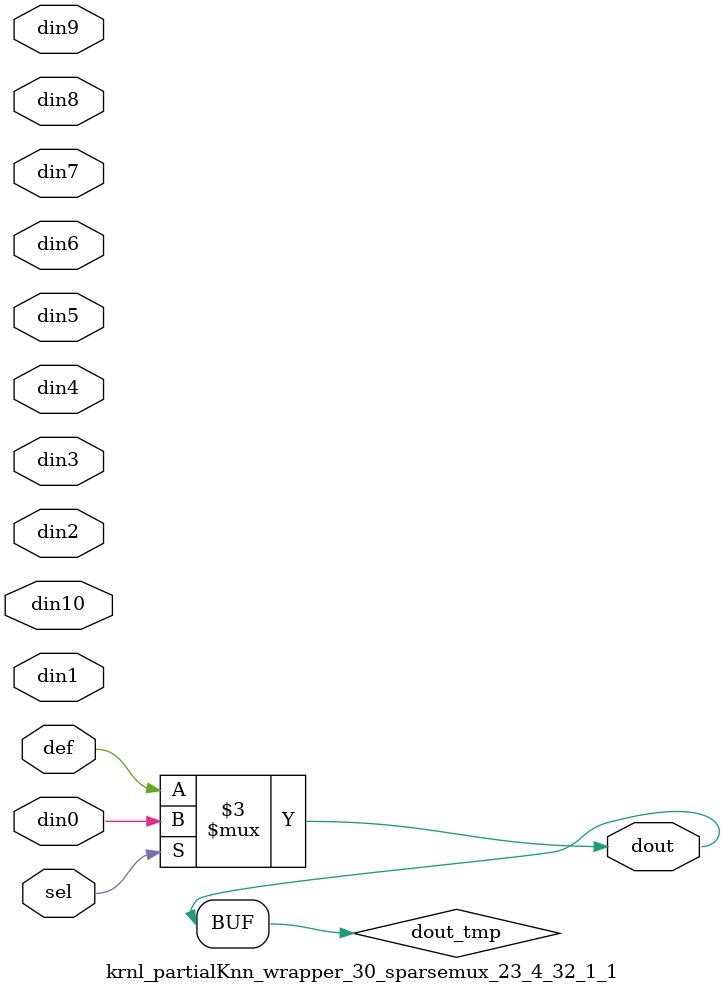
<source format=v>
`timescale 1 ns / 1 ps
module krnl_partialKnn_wrapper_30_sparsemux_23_4_32_1_1 (din0,din1,din2,din3,din4,din5,din6,din7,din8,din9,din10,def,sel,dout);
parameter din0_WIDTH = 1;
parameter din1_WIDTH = 1;
parameter din2_WIDTH = 1;
parameter din3_WIDTH = 1;
parameter din4_WIDTH = 1;
parameter din5_WIDTH = 1;
parameter din6_WIDTH = 1;
parameter din7_WIDTH = 1;
parameter din8_WIDTH = 1;
parameter din9_WIDTH = 1;
parameter din10_WIDTH = 1;
parameter def_WIDTH = 1;
parameter sel_WIDTH = 1;
parameter dout_WIDTH = 1;
parameter [sel_WIDTH-1:0] CASE0 = 1;
parameter [sel_WIDTH-1:0] CASE1 = 1;
parameter [sel_WIDTH-1:0] CASE2 = 1;
parameter [sel_WIDTH-1:0] CASE3 = 1;
parameter [sel_WIDTH-1:0] CASE4 = 1;
parameter [sel_WIDTH-1:0] CASE5 = 1;
parameter [sel_WIDTH-1:0] CASE6 = 1;
parameter [sel_WIDTH-1:0] CASE7 = 1;
parameter [sel_WIDTH-1:0] CASE8 = 1;
parameter [sel_WIDTH-1:0] CASE9 = 1;
parameter [sel_WIDTH-1:0] CASE10 = 1;
parameter ID = 1;
parameter NUM_STAGE = 1;
input [din0_WIDTH-1:0] din0;
input [din1_WIDTH-1:0] din1;
input [din2_WIDTH-1:0] din2;
input [din3_WIDTH-1:0] din3;
input [din4_WIDTH-1:0] din4;
input [din5_WIDTH-1:0] din5;
input [din6_WIDTH-1:0] din6;
input [din7_WIDTH-1:0] din7;
input [din8_WIDTH-1:0] din8;
input [din9_WIDTH-1:0] din9;
input [din10_WIDTH-1:0] din10;
input [def_WIDTH-1:0] def;
input [sel_WIDTH-1:0] sel;
output [dout_WIDTH-1:0] dout;
reg [dout_WIDTH-1:0] dout_tmp;
always @ (*) begin
case (sel)
    
    CASE0 : dout_tmp = din0;
    
    CASE1 : dout_tmp = din1;
    
    CASE2 : dout_tmp = din2;
    
    CASE3 : dout_tmp = din3;
    
    CASE4 : dout_tmp = din4;
    
    CASE5 : dout_tmp = din5;
    
    CASE6 : dout_tmp = din6;
    
    CASE7 : dout_tmp = din7;
    
    CASE8 : dout_tmp = din8;
    
    CASE9 : dout_tmp = din9;
    
    CASE10 : dout_tmp = din10;
    
    default : dout_tmp = def;
endcase
end
assign dout = dout_tmp;
endmodule
</source>
